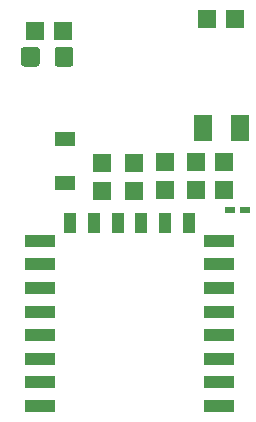
<source format=gbr>
G04 #@! TF.GenerationSoftware,KiCad,Pcbnew,(5.1.9)-1*
G04 #@! TF.CreationDate,2021-03-01T14:21:52+01:00*
G04 #@! TF.ProjectId,button_v1.2.2_Coin_Cell,62757474-6f6e-45f7-9631-2e322e325f43,rev?*
G04 #@! TF.SameCoordinates,Original*
G04 #@! TF.FileFunction,Paste,Top*
G04 #@! TF.FilePolarity,Positive*
%FSLAX46Y46*%
G04 Gerber Fmt 4.6, Leading zero omitted, Abs format (unit mm)*
G04 Created by KiCad (PCBNEW (5.1.9)-1) date 2021-03-01 14:21:52*
%MOMM*%
%LPD*%
G01*
G04 APERTURE LIST*
%ADD10R,2.500000X1.000000*%
%ADD11R,1.000000X1.800000*%
%ADD12R,1.650000X2.250000*%
%ADD13R,0.900000X0.620000*%
%ADD14R,1.500000X1.500000*%
%ADD15R,1.700000X1.300000*%
G04 APERTURE END LIST*
D10*
G04 #@! TO.C,X1*
X118100000Y-93700000D03*
X118100000Y-91700000D03*
X118100000Y-89700000D03*
X118100000Y-87700000D03*
X118100000Y-85700000D03*
X118100000Y-83700000D03*
X118100000Y-81700000D03*
X118100000Y-79700000D03*
D11*
X120700000Y-78200000D03*
X122700000Y-78200000D03*
X124700000Y-78200000D03*
X126700000Y-78200000D03*
X128700000Y-78200000D03*
X130700000Y-78200000D03*
D10*
X133300000Y-79700000D03*
X133300000Y-81700000D03*
X133300000Y-83700000D03*
X133300000Y-85700000D03*
X133300000Y-87700000D03*
X133300000Y-89700000D03*
X133300000Y-91700000D03*
X133300000Y-93700000D03*
G04 #@! TD*
G04 #@! TO.C,D1*
G36*
G01*
X118105000Y-63555000D02*
X118105000Y-64705000D01*
G75*
G02*
X117855000Y-64955000I-250000J0D01*
G01*
X116755000Y-64955000D01*
G75*
G02*
X116505000Y-64705000I0J250000D01*
G01*
X116505000Y-63555000D01*
G75*
G02*
X116755000Y-63305000I250000J0D01*
G01*
X117855000Y-63305000D01*
G75*
G02*
X118105000Y-63555000I0J-250000D01*
G01*
G37*
G36*
G01*
X120955000Y-63555000D02*
X120955000Y-64705000D01*
G75*
G02*
X120705000Y-64955000I-250000J0D01*
G01*
X119605000Y-64955000D01*
G75*
G02*
X119355000Y-64705000I0J250000D01*
G01*
X119355000Y-63555000D01*
G75*
G02*
X119605000Y-63305000I250000J0D01*
G01*
X120705000Y-63305000D01*
G75*
G02*
X120955000Y-63555000I0J-250000D01*
G01*
G37*
G04 #@! TD*
D12*
G04 #@! TO.C,C4*
X131927000Y-70164960D03*
X135027000Y-70164960D03*
G04 #@! TD*
D13*
G04 #@! TO.C,C5*
X134178280Y-77109320D03*
X135478280Y-77109320D03*
G04 #@! TD*
D14*
G04 #@! TO.C,R7*
X134640000Y-60910000D03*
X132240000Y-60910000D03*
G04 #@! TD*
G04 #@! TO.C,R6*
X120080000Y-61920000D03*
X117680000Y-61920000D03*
G04 #@! TD*
G04 #@! TO.C,R5*
X123400000Y-75500000D03*
X123400000Y-73100000D03*
G04 #@! TD*
G04 #@! TO.C,R4*
X128700000Y-75400000D03*
X128700000Y-73000000D03*
G04 #@! TD*
G04 #@! TO.C,R3*
X131300000Y-75400000D03*
X131300000Y-73000000D03*
G04 #@! TD*
G04 #@! TO.C,R2*
X126100000Y-75500000D03*
X126100000Y-73100000D03*
G04 #@! TD*
G04 #@! TO.C,R1*
X133700000Y-75400000D03*
X133700000Y-73000000D03*
G04 #@! TD*
D15*
G04 #@! TO.C,SW2*
X120205500Y-71111500D03*
X120205500Y-74811500D03*
G04 #@! TD*
M02*

</source>
